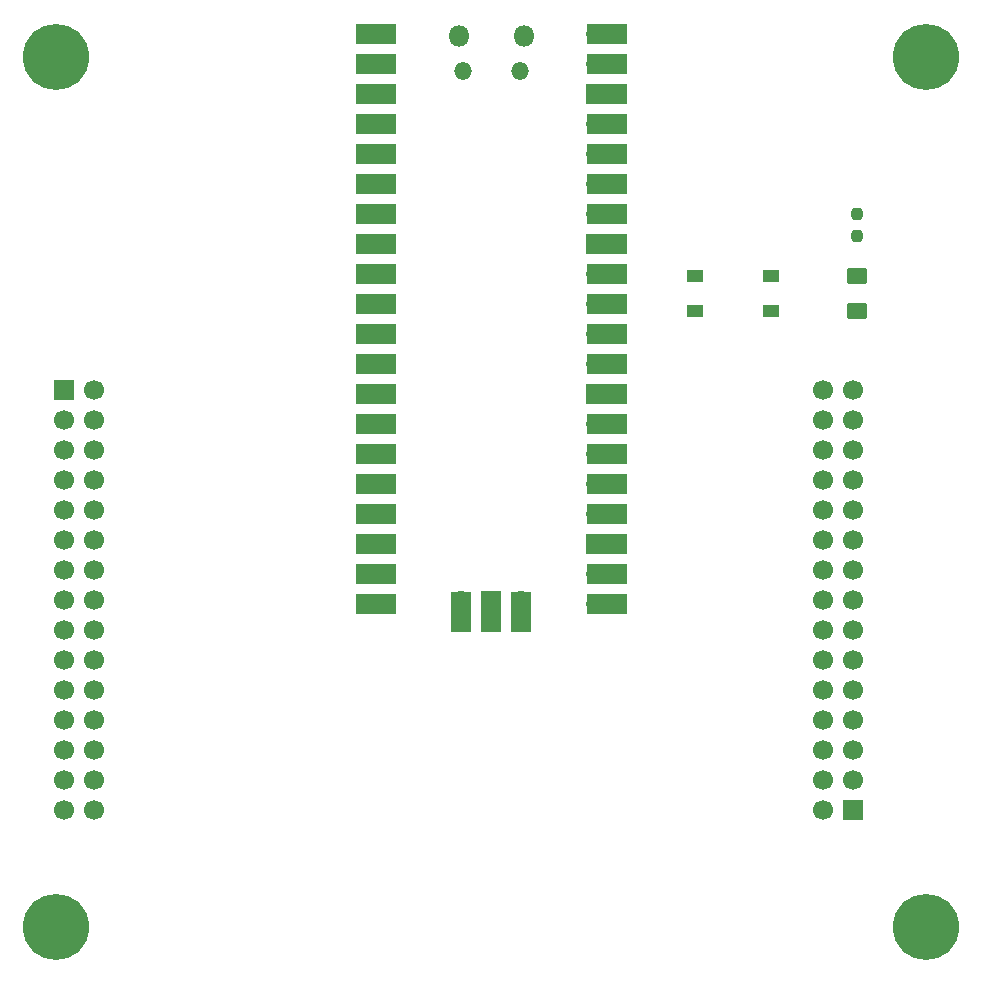
<source format=gbr>
%TF.GenerationSoftware,KiCad,Pcbnew,9.0.7*%
%TF.CreationDate,2026-02-11T09:08:59+09:00*%
%TF.ProjectId,pico-with-ken-interface,7069636f-2d77-4697-9468-2d6b656e2d69,rev?*%
%TF.SameCoordinates,Original*%
%TF.FileFunction,Soldermask,Top*%
%TF.FilePolarity,Negative*%
%FSLAX46Y46*%
G04 Gerber Fmt 4.6, Leading zero omitted, Abs format (unit mm)*
G04 Created by KiCad (PCBNEW 9.0.7) date 2026-02-11 09:08:59*
%MOMM*%
%LPD*%
G01*
G04 APERTURE LIST*
G04 Aperture macros list*
%AMRoundRect*
0 Rectangle with rounded corners*
0 $1 Rounding radius*
0 $2 $3 $4 $5 $6 $7 $8 $9 X,Y pos of 4 corners*
0 Add a 4 corners polygon primitive as box body*
4,1,4,$2,$3,$4,$5,$6,$7,$8,$9,$2,$3,0*
0 Add four circle primitives for the rounded corners*
1,1,$1+$1,$2,$3*
1,1,$1+$1,$4,$5*
1,1,$1+$1,$6,$7*
1,1,$1+$1,$8,$9*
0 Add four rect primitives between the rounded corners*
20,1,$1+$1,$2,$3,$4,$5,0*
20,1,$1+$1,$4,$5,$6,$7,0*
20,1,$1+$1,$6,$7,$8,$9,0*
20,1,$1+$1,$8,$9,$2,$3,0*%
G04 Aperture macros list end*
%ADD10C,5.600000*%
%ADD11RoundRect,0.250001X0.624999X-0.462499X0.624999X0.462499X-0.624999X0.462499X-0.624999X-0.462499X0*%
%ADD12RoundRect,0.237500X-0.237500X0.250000X-0.237500X-0.250000X0.237500X-0.250000X0.237500X0.250000X0*%
%ADD13R,1.400000X1.100000*%
%ADD14O,1.800000X1.800000*%
%ADD15O,1.500000X1.500000*%
%ADD16O,1.700000X1.700000*%
%ADD17R,3.500000X1.700000*%
%ADD18R,1.700000X1.700000*%
%ADD19R,1.700000X3.500000*%
%ADD20C,1.700000*%
G04 APERTURE END LIST*
D10*
%TO.C,H1*%
X135890000Y-116840000D03*
%TD*%
%TO.C,H2*%
X62230000Y-116840000D03*
%TD*%
%TO.C,H4*%
X135890000Y-43180000D03*
%TD*%
D11*
%TO.C,D3*%
X130048000Y-64733500D03*
X130048000Y-61758500D03*
%TD*%
D12*
%TO.C,R8*%
X130048000Y-56515000D03*
X130048000Y-58340000D03*
%TD*%
D13*
%TO.C,SW2*%
X122757000Y-64746000D03*
X116257000Y-64746000D03*
X122757000Y-61746000D03*
X116257000Y-61746000D03*
%TD*%
D10*
%TO.C,H3*%
X62230000Y-43180000D03*
%TD*%
D14*
%TO.C,U1*%
X96335000Y-41405000D03*
D15*
X96635000Y-44435000D03*
X101485000Y-44435000D03*
D14*
X101785000Y-41405000D03*
D16*
X90170000Y-41275000D03*
D17*
X89270000Y-41275000D03*
D16*
X90170000Y-43815000D03*
D17*
X89270000Y-43815000D03*
D18*
X90170000Y-46355000D03*
D17*
X89270000Y-46355000D03*
D16*
X90170000Y-48895000D03*
D17*
X89270000Y-48895000D03*
D16*
X90170000Y-51435000D03*
D17*
X89270000Y-51435000D03*
D16*
X90170000Y-53975000D03*
D17*
X89270000Y-53975000D03*
D16*
X90170000Y-56515000D03*
D17*
X89270000Y-56515000D03*
D18*
X90170000Y-59055000D03*
D17*
X89270000Y-59055000D03*
D16*
X90170000Y-61595000D03*
D17*
X89270000Y-61595000D03*
D16*
X90170000Y-64135000D03*
D17*
X89270000Y-64135000D03*
D16*
X90170000Y-66675000D03*
D17*
X89270000Y-66675000D03*
D16*
X90170000Y-69215000D03*
D17*
X89270000Y-69215000D03*
D18*
X90170000Y-71755000D03*
D17*
X89270000Y-71755000D03*
D16*
X90170000Y-74295000D03*
D17*
X89270000Y-74295000D03*
D16*
X90170000Y-76835000D03*
D17*
X89270000Y-76835000D03*
D16*
X90170000Y-79375000D03*
D17*
X89270000Y-79375000D03*
D16*
X90170000Y-81915000D03*
D17*
X89270000Y-81915000D03*
D18*
X90170000Y-84455000D03*
D17*
X89270000Y-84455000D03*
D16*
X90170000Y-86995000D03*
D17*
X89270000Y-86995000D03*
D16*
X90170000Y-89535000D03*
D17*
X89270000Y-89535000D03*
D16*
X107950000Y-89535000D03*
D17*
X108850000Y-89535000D03*
D16*
X107950000Y-86995000D03*
D17*
X108850000Y-86995000D03*
D18*
X107950000Y-84455000D03*
D17*
X108850000Y-84455000D03*
D16*
X107950000Y-81915000D03*
D17*
X108850000Y-81915000D03*
D16*
X107950000Y-79375000D03*
D17*
X108850000Y-79375000D03*
D16*
X107950000Y-76835000D03*
D17*
X108850000Y-76835000D03*
D16*
X107950000Y-74295000D03*
D17*
X108850000Y-74295000D03*
D18*
X107950000Y-71755000D03*
D17*
X108850000Y-71755000D03*
D16*
X107950000Y-69215000D03*
D17*
X108850000Y-69215000D03*
D16*
X107950000Y-66675000D03*
D17*
X108850000Y-66675000D03*
D16*
X107950000Y-64135000D03*
D17*
X108850000Y-64135000D03*
D16*
X107950000Y-61595000D03*
D17*
X108850000Y-61595000D03*
D18*
X107950000Y-59055000D03*
D17*
X108850000Y-59055000D03*
D16*
X107950000Y-56515000D03*
D17*
X108850000Y-56515000D03*
D16*
X107950000Y-53975000D03*
D17*
X108850000Y-53975000D03*
D16*
X107950000Y-51435000D03*
D17*
X108850000Y-51435000D03*
D16*
X107950000Y-48895000D03*
D17*
X108850000Y-48895000D03*
D18*
X107950000Y-46355000D03*
D17*
X108850000Y-46355000D03*
D16*
X107950000Y-43815000D03*
D17*
X108850000Y-43815000D03*
D16*
X107950000Y-41275000D03*
D17*
X108850000Y-41275000D03*
D16*
X96520000Y-89305000D03*
D19*
X96520000Y-90205000D03*
D18*
X99060000Y-89305000D03*
D19*
X99060000Y-90205000D03*
D16*
X101600000Y-89305000D03*
D19*
X101600000Y-90205000D03*
%TD*%
D18*
%TO.C,U3*%
X62865000Y-71374000D03*
D20*
X65405000Y-71374000D03*
X62865000Y-73914000D03*
X65405000Y-73914000D03*
X62865000Y-76454000D03*
X65405000Y-76454000D03*
X62865000Y-78994000D03*
X65405000Y-78994000D03*
X62865000Y-81534000D03*
X65405000Y-81534000D03*
X62865000Y-84074000D03*
X65405000Y-84074000D03*
X62865000Y-86614000D03*
X65405000Y-86614000D03*
X62865000Y-89154000D03*
X65405000Y-89154000D03*
X62865000Y-91694000D03*
X65405000Y-91694000D03*
X62865000Y-94234000D03*
X65405000Y-94234000D03*
X62865000Y-96774000D03*
X65405000Y-96774000D03*
X62865000Y-99314000D03*
X65405000Y-99314000D03*
X62865000Y-101854000D03*
X65405000Y-101854000D03*
X62865000Y-104394000D03*
X65405000Y-104394000D03*
X62865000Y-106934000D03*
X65405000Y-106934000D03*
%TD*%
D18*
%TO.C,U5*%
X129667000Y-106934000D03*
D20*
X127127000Y-106934000D03*
X129667000Y-104394000D03*
X127127000Y-104394000D03*
X129667000Y-101854000D03*
X127127000Y-101854000D03*
X129667000Y-99314000D03*
X127127000Y-99314000D03*
X129667000Y-96774000D03*
X127127000Y-96774000D03*
X129667000Y-94234000D03*
X127127000Y-94234000D03*
X129667000Y-91694000D03*
X127127000Y-91694000D03*
X129667000Y-89154000D03*
X127127000Y-89154000D03*
X129667000Y-86614000D03*
X127127000Y-86614000D03*
X129667000Y-84074000D03*
X127127000Y-84074000D03*
X129667000Y-81534000D03*
X127127000Y-81534000D03*
X129667000Y-78994000D03*
X127127000Y-78994000D03*
X129667000Y-76454000D03*
X127127000Y-76454000D03*
X129667000Y-73914000D03*
X127127000Y-73914000D03*
X129667000Y-71374000D03*
X127127000Y-71374000D03*
%TD*%
M02*

</source>
